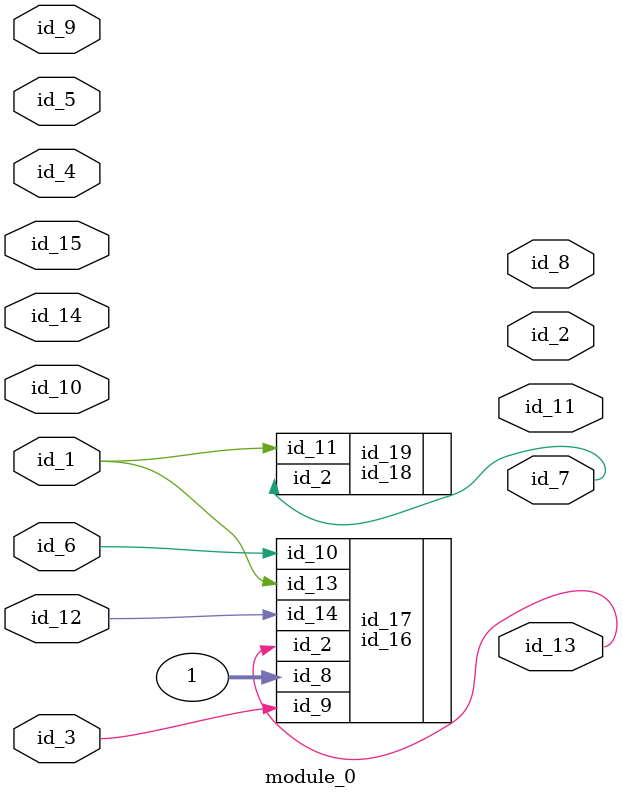
<source format=v>
`define pp_1 0
module module_0 (
    id_1,
    id_2,
    id_3,
    id_4,
    id_5,
    id_6,
    id_7,
    id_8,
    id_9,
    id_10,
    id_11,
    id_12,
    id_13,
    id_14,
    id_15
);
  input id_15;
  input id_14;
  output id_13;
  input id_12;
  output id_11;
  input id_10;
  input id_9;
  output id_8;
  output id_7;
  input id_6;
  input id_5;
  input id_4;
  input id_3;
  output id_2;
  input id_1;
  id_16 id_17 (
      .id_10(id_4),
      .id_14(id_12),
      .id_8 (id_5),
      .id_8 (1),
      .id_9 (id_3),
      .id_10(id_6),
      .id_2 (id_13),
      .id_13(id_1)
  );
  id_18 id_19 (
      .id_2 (id_7),
      .id_11(id_1)
  );
endmodule

</source>
